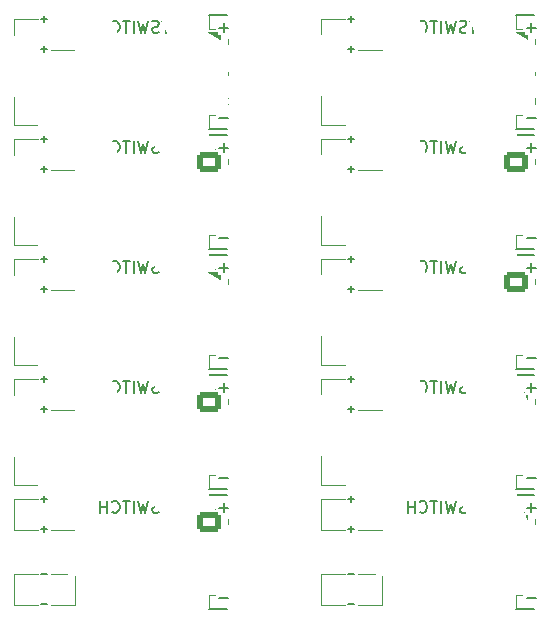
<source format=gbr>
%TF.GenerationSoftware,KiCad,Pcbnew,8.0.8*%
%TF.CreationDate,2025-02-21T17:55:20+11:00*%
%TF.ProjectId,panel,70616e65-6c2e-46b6-9963-61645f706362,rev?*%
%TF.SameCoordinates,Original*%
%TF.FileFunction,Legend,Bot*%
%TF.FilePolarity,Positive*%
%FSLAX46Y46*%
G04 Gerber Fmt 4.6, Leading zero omitted, Abs format (unit mm)*
G04 Created by KiCad (PCBNEW 8.0.8) date 2025-02-21 17:55:20*
%MOMM*%
%LPD*%
G01*
G04 APERTURE LIST*
G04 Aperture macros list*
%AMRoundRect*
0 Rectangle with rounded corners*
0 $1 Rounding radius*
0 $2 $3 $4 $5 $6 $7 $8 $9 X,Y pos of 4 corners*
0 Add a 4 corners polygon primitive as box body*
4,1,4,$2,$3,$4,$5,$6,$7,$8,$9,$2,$3,0*
0 Add four circle primitives for the rounded corners*
1,1,$1+$1,$2,$3*
1,1,$1+$1,$4,$5*
1,1,$1+$1,$6,$7*
1,1,$1+$1,$8,$9*
0 Add four rect primitives between the rounded corners*
20,1,$1+$1,$2,$3,$4,$5,0*
20,1,$1+$1,$4,$5,$6,$7,0*
20,1,$1+$1,$6,$7,$8,$9,0*
20,1,$1+$1,$8,$9,$2,$3,0*%
%AMFreePoly0*
4,1,85,-1.240370,1.979643,-0.961535,1.918986,-0.694170,1.819264,-0.443718,1.682507,-0.215279,1.511499,-0.013501,1.309721,0.157507,1.081282,0.294264,0.830830,0.393986,0.563465,0.454643,0.284630,0.475000,0.000000,0.454643,-0.284630,0.393986,-0.563465,0.294264,-0.830830,0.157507,-1.081282,-0.013501,-1.309721,-0.215279,-1.511499,-0.443718,-1.682507,-0.694170,-1.819264,-0.961535,-1.918986,
-1.240370,-1.979643,-1.525000,-2.000000,-1.809630,-1.979643,-2.088465,-1.918986,-2.355830,-1.819264,-2.606282,-1.682507,-2.834721,-1.511499,-3.036499,-1.309721,-3.207507,-1.081282,-3.344264,-0.830830,-3.443986,-0.563465,-3.504643,-0.284630,-3.525000,0.000000,-2.779775,0.000000,-2.760712,-0.217889,-2.704103,-0.429158,-2.611667,-0.627388,-2.486213,-0.806554,-2.331554,-0.961213,-2.152388,-1.086667,
-1.954158,-1.179103,-1.742889,-1.235712,-1.525000,-1.254775,-1.307111,-1.235712,-1.095842,-1.179103,-0.897612,-1.086667,-0.718446,-0.961213,-0.563787,-0.806554,-0.438333,-0.627388,-0.345897,-0.429158,-0.289288,-0.217889,-0.271683,-0.016674,-0.275000,0.000000,-0.271683,0.016674,-0.289288,0.217889,-0.345897,0.429158,-0.438333,0.627387,-0.563787,0.806554,-0.718446,0.961213,-0.897612,1.086667,
-1.095842,1.179103,-1.307111,1.235712,-1.525000,1.254775,-1.742889,1.235712,-1.954158,1.179103,-2.152387,1.086667,-2.331554,0.961213,-2.486213,0.806554,-2.611667,0.627387,-2.704103,0.429158,-2.760712,0.217889,-2.779775,0.000000,-3.525000,0.000000,-3.504643,0.284630,-3.443986,0.563465,-3.344264,0.830830,-3.207507,1.081282,-3.036499,1.309721,-2.834721,1.511499,-2.606282,1.682507,
-2.355830,1.819264,-2.088465,1.918986,-1.809630,1.979643,-1.525000,2.000000,-1.240370,1.979643,-1.240370,1.979643,$1*%
G04 Aperture macros list end*
%ADD10C,0.160000*%
%ADD11C,0.120000*%
%ADD12C,0.150000*%
%ADD13R,1.700000X1.700000*%
%ADD14C,3.200000*%
%ADD15O,1.700000X1.700000*%
%ADD16C,2.000000*%
%ADD17C,2.100000*%
%ADD18FreePoly0,180.000000*%
%ADD19RoundRect,0.250000X-0.725000X0.600000X-0.725000X-0.600000X0.725000X-0.600000X0.725000X0.600000X0*%
%ADD20O,1.950000X1.700000*%
%ADD21C,1.700000*%
%ADD22C,0.800000*%
G04 APERTURE END LIST*
D10*
X145029260Y-38648084D02*
X144553070Y-38648084D01*
X145124498Y-38933799D02*
X144791165Y-37933799D01*
X144791165Y-37933799D02*
X144457832Y-38933799D01*
X144124498Y-38933799D02*
X144124498Y-37933799D01*
X144124498Y-37933799D02*
X143553070Y-38933799D01*
X143553070Y-38933799D02*
X143553070Y-37933799D01*
X143219736Y-37933799D02*
X142648308Y-37933799D01*
X142934022Y-38933799D02*
X142934022Y-37933799D01*
X142362593Y-38886180D02*
X142219736Y-38933799D01*
X142219736Y-38933799D02*
X141981641Y-38933799D01*
X141981641Y-38933799D02*
X141886403Y-38886180D01*
X141886403Y-38886180D02*
X141838784Y-38838560D01*
X141838784Y-38838560D02*
X141791165Y-38743322D01*
X141791165Y-38743322D02*
X141791165Y-38648084D01*
X141791165Y-38648084D02*
X141838784Y-38552846D01*
X141838784Y-38552846D02*
X141886403Y-38505227D01*
X141886403Y-38505227D02*
X141981641Y-38457608D01*
X141981641Y-38457608D02*
X142172117Y-38409989D01*
X142172117Y-38409989D02*
X142267355Y-38362370D01*
X142267355Y-38362370D02*
X142314974Y-38314751D01*
X142314974Y-38314751D02*
X142362593Y-38219513D01*
X142362593Y-38219513D02*
X142362593Y-38124275D01*
X142362593Y-38124275D02*
X142314974Y-38029037D01*
X142314974Y-38029037D02*
X142267355Y-37981418D01*
X142267355Y-37981418D02*
X142172117Y-37933799D01*
X142172117Y-37933799D02*
X141934022Y-37933799D01*
X141934022Y-37933799D02*
X141791165Y-37981418D01*
X141457831Y-37933799D02*
X141219736Y-38933799D01*
X141219736Y-38933799D02*
X141029260Y-38219513D01*
X141029260Y-38219513D02*
X140838784Y-38933799D01*
X140838784Y-38933799D02*
X140600689Y-37933799D01*
X140219736Y-38933799D02*
X140219736Y-37933799D01*
X139886403Y-37933799D02*
X139314975Y-37933799D01*
X139600689Y-38933799D02*
X139600689Y-37933799D01*
X138410213Y-38838560D02*
X138457832Y-38886180D01*
X138457832Y-38886180D02*
X138600689Y-38933799D01*
X138600689Y-38933799D02*
X138695927Y-38933799D01*
X138695927Y-38933799D02*
X138838784Y-38886180D01*
X138838784Y-38886180D02*
X138934022Y-38790941D01*
X138934022Y-38790941D02*
X138981641Y-38695703D01*
X138981641Y-38695703D02*
X139029260Y-38505227D01*
X139029260Y-38505227D02*
X139029260Y-38362370D01*
X139029260Y-38362370D02*
X138981641Y-38171894D01*
X138981641Y-38171894D02*
X138934022Y-38076656D01*
X138934022Y-38076656D02*
X138838784Y-37981418D01*
X138838784Y-37981418D02*
X138695927Y-37933799D01*
X138695927Y-37933799D02*
X138600689Y-37933799D01*
X138600689Y-37933799D02*
X138457832Y-37981418D01*
X138457832Y-37981418D02*
X138410213Y-38029037D01*
X137981641Y-38933799D02*
X137981641Y-37933799D01*
X137981641Y-38409989D02*
X137410213Y-38409989D01*
X137410213Y-38933799D02*
X137410213Y-37933799D01*
X148245951Y-68982846D02*
X147484047Y-68982846D01*
X147864999Y-69363799D02*
X147864999Y-68601894D01*
X145076879Y-45887132D02*
X144838784Y-46553799D01*
X144838784Y-46553799D02*
X144600689Y-45887132D01*
X143695927Y-46553799D02*
X144267355Y-46553799D01*
X143981641Y-46553799D02*
X143981641Y-45553799D01*
X143981641Y-45553799D02*
X144076879Y-45696656D01*
X144076879Y-45696656D02*
X144172117Y-45791894D01*
X144172117Y-45791894D02*
X144267355Y-45839513D01*
X143267355Y-46458560D02*
X143219736Y-46506180D01*
X143219736Y-46506180D02*
X143267355Y-46553799D01*
X143267355Y-46553799D02*
X143314974Y-46506180D01*
X143314974Y-46506180D02*
X143267355Y-46458560D01*
X143267355Y-46458560D02*
X143267355Y-46553799D01*
X142600689Y-45553799D02*
X142505451Y-45553799D01*
X142505451Y-45553799D02*
X142410213Y-45601418D01*
X142410213Y-45601418D02*
X142362594Y-45649037D01*
X142362594Y-45649037D02*
X142314975Y-45744275D01*
X142314975Y-45744275D02*
X142267356Y-45934751D01*
X142267356Y-45934751D02*
X142267356Y-46172846D01*
X142267356Y-46172846D02*
X142314975Y-46363322D01*
X142314975Y-46363322D02*
X142362594Y-46458560D01*
X142362594Y-46458560D02*
X142410213Y-46506180D01*
X142410213Y-46506180D02*
X142505451Y-46553799D01*
X142505451Y-46553799D02*
X142600689Y-46553799D01*
X142600689Y-46553799D02*
X142695927Y-46506180D01*
X142695927Y-46506180D02*
X142743546Y-46458560D01*
X142743546Y-46458560D02*
X142791165Y-46363322D01*
X142791165Y-46363322D02*
X142838784Y-46172846D01*
X142838784Y-46172846D02*
X142838784Y-45934751D01*
X142838784Y-45934751D02*
X142791165Y-45744275D01*
X142791165Y-45744275D02*
X142743546Y-45649037D01*
X142743546Y-45649037D02*
X142695927Y-45601418D01*
X142695927Y-45601418D02*
X142600689Y-45553799D01*
X145076879Y-66207132D02*
X144838784Y-66873799D01*
X144838784Y-66873799D02*
X144600689Y-66207132D01*
X143695927Y-66873799D02*
X144267355Y-66873799D01*
X143981641Y-66873799D02*
X143981641Y-65873799D01*
X143981641Y-65873799D02*
X144076879Y-66016656D01*
X144076879Y-66016656D02*
X144172117Y-66111894D01*
X144172117Y-66111894D02*
X144267355Y-66159513D01*
X143267355Y-66778560D02*
X143219736Y-66826180D01*
X143219736Y-66826180D02*
X143267355Y-66873799D01*
X143267355Y-66873799D02*
X143314974Y-66826180D01*
X143314974Y-66826180D02*
X143267355Y-66778560D01*
X143267355Y-66778560D02*
X143267355Y-66873799D01*
X142600689Y-65873799D02*
X142505451Y-65873799D01*
X142505451Y-65873799D02*
X142410213Y-65921418D01*
X142410213Y-65921418D02*
X142362594Y-65969037D01*
X142362594Y-65969037D02*
X142314975Y-66064275D01*
X142314975Y-66064275D02*
X142267356Y-66254751D01*
X142267356Y-66254751D02*
X142267356Y-66492846D01*
X142267356Y-66492846D02*
X142314975Y-66683322D01*
X142314975Y-66683322D02*
X142362594Y-66778560D01*
X142362594Y-66778560D02*
X142410213Y-66826180D01*
X142410213Y-66826180D02*
X142505451Y-66873799D01*
X142505451Y-66873799D02*
X142600689Y-66873799D01*
X142600689Y-66873799D02*
X142695927Y-66826180D01*
X142695927Y-66826180D02*
X142743546Y-66778560D01*
X142743546Y-66778560D02*
X142791165Y-66683322D01*
X142791165Y-66683322D02*
X142838784Y-66492846D01*
X142838784Y-66492846D02*
X142838784Y-66254751D01*
X142838784Y-66254751D02*
X142791165Y-66064275D01*
X142791165Y-66064275D02*
X142743546Y-65969037D01*
X142743546Y-65969037D02*
X142695927Y-65921418D01*
X142695927Y-65921418D02*
X142600689Y-65873799D01*
X174280951Y-56282846D02*
X173519047Y-56282846D01*
X171111879Y-56047132D02*
X170873784Y-56713799D01*
X170873784Y-56713799D02*
X170635689Y-56047132D01*
X169730927Y-56713799D02*
X170302355Y-56713799D01*
X170016641Y-56713799D02*
X170016641Y-55713799D01*
X170016641Y-55713799D02*
X170111879Y-55856656D01*
X170111879Y-55856656D02*
X170207117Y-55951894D01*
X170207117Y-55951894D02*
X170302355Y-55999513D01*
X169302355Y-56618560D02*
X169254736Y-56666180D01*
X169254736Y-56666180D02*
X169302355Y-56713799D01*
X169302355Y-56713799D02*
X169349974Y-56666180D01*
X169349974Y-56666180D02*
X169302355Y-56618560D01*
X169302355Y-56618560D02*
X169302355Y-56713799D01*
X168635689Y-55713799D02*
X168540451Y-55713799D01*
X168540451Y-55713799D02*
X168445213Y-55761418D01*
X168445213Y-55761418D02*
X168397594Y-55809037D01*
X168397594Y-55809037D02*
X168349975Y-55904275D01*
X168349975Y-55904275D02*
X168302356Y-56094751D01*
X168302356Y-56094751D02*
X168302356Y-56332846D01*
X168302356Y-56332846D02*
X168349975Y-56523322D01*
X168349975Y-56523322D02*
X168397594Y-56618560D01*
X168397594Y-56618560D02*
X168445213Y-56666180D01*
X168445213Y-56666180D02*
X168540451Y-56713799D01*
X168540451Y-56713799D02*
X168635689Y-56713799D01*
X168635689Y-56713799D02*
X168730927Y-56666180D01*
X168730927Y-56666180D02*
X168778546Y-56618560D01*
X168778546Y-56618560D02*
X168826165Y-56523322D01*
X168826165Y-56523322D02*
X168873784Y-56332846D01*
X168873784Y-56332846D02*
X168873784Y-56094751D01*
X168873784Y-56094751D02*
X168826165Y-55904275D01*
X168826165Y-55904275D02*
X168778546Y-55809037D01*
X168778546Y-55809037D02*
X168730927Y-55761418D01*
X168730927Y-55761418D02*
X168635689Y-55713799D01*
X148245951Y-56282846D02*
X147484047Y-56282846D01*
X145076879Y-76367132D02*
X144838784Y-77033799D01*
X144838784Y-77033799D02*
X144600689Y-76367132D01*
X143695927Y-77033799D02*
X144267355Y-77033799D01*
X143981641Y-77033799D02*
X143981641Y-76033799D01*
X143981641Y-76033799D02*
X144076879Y-76176656D01*
X144076879Y-76176656D02*
X144172117Y-76271894D01*
X144172117Y-76271894D02*
X144267355Y-76319513D01*
X143267355Y-76938560D02*
X143219736Y-76986180D01*
X143219736Y-76986180D02*
X143267355Y-77033799D01*
X143267355Y-77033799D02*
X143314974Y-76986180D01*
X143314974Y-76986180D02*
X143267355Y-76938560D01*
X143267355Y-76938560D02*
X143267355Y-77033799D01*
X142600689Y-76033799D02*
X142505451Y-76033799D01*
X142505451Y-76033799D02*
X142410213Y-76081418D01*
X142410213Y-76081418D02*
X142362594Y-76129037D01*
X142362594Y-76129037D02*
X142314975Y-76224275D01*
X142314975Y-76224275D02*
X142267356Y-76414751D01*
X142267356Y-76414751D02*
X142267356Y-76652846D01*
X142267356Y-76652846D02*
X142314975Y-76843322D01*
X142314975Y-76843322D02*
X142362594Y-76938560D01*
X142362594Y-76938560D02*
X142410213Y-76986180D01*
X142410213Y-76986180D02*
X142505451Y-77033799D01*
X142505451Y-77033799D02*
X142600689Y-77033799D01*
X142600689Y-77033799D02*
X142695927Y-76986180D01*
X142695927Y-76986180D02*
X142743546Y-76938560D01*
X142743546Y-76938560D02*
X142791165Y-76843322D01*
X142791165Y-76843322D02*
X142838784Y-76652846D01*
X142838784Y-76652846D02*
X142838784Y-76414751D01*
X142838784Y-76414751D02*
X142791165Y-76224275D01*
X142791165Y-76224275D02*
X142743546Y-76129037D01*
X142743546Y-76129037D02*
X142695927Y-76081418D01*
X142695927Y-76081418D02*
X142600689Y-76033799D01*
X171111879Y-45887132D02*
X170873784Y-46553799D01*
X170873784Y-46553799D02*
X170635689Y-45887132D01*
X169730927Y-46553799D02*
X170302355Y-46553799D01*
X170016641Y-46553799D02*
X170016641Y-45553799D01*
X170016641Y-45553799D02*
X170111879Y-45696656D01*
X170111879Y-45696656D02*
X170207117Y-45791894D01*
X170207117Y-45791894D02*
X170302355Y-45839513D01*
X169302355Y-46458560D02*
X169254736Y-46506180D01*
X169254736Y-46506180D02*
X169302355Y-46553799D01*
X169302355Y-46553799D02*
X169349974Y-46506180D01*
X169349974Y-46506180D02*
X169302355Y-46458560D01*
X169302355Y-46458560D02*
X169302355Y-46553799D01*
X168635689Y-45553799D02*
X168540451Y-45553799D01*
X168540451Y-45553799D02*
X168445213Y-45601418D01*
X168445213Y-45601418D02*
X168397594Y-45649037D01*
X168397594Y-45649037D02*
X168349975Y-45744275D01*
X168349975Y-45744275D02*
X168302356Y-45934751D01*
X168302356Y-45934751D02*
X168302356Y-46172846D01*
X168302356Y-46172846D02*
X168349975Y-46363322D01*
X168349975Y-46363322D02*
X168397594Y-46458560D01*
X168397594Y-46458560D02*
X168445213Y-46506180D01*
X168445213Y-46506180D02*
X168540451Y-46553799D01*
X168540451Y-46553799D02*
X168635689Y-46553799D01*
X168635689Y-46553799D02*
X168730927Y-46506180D01*
X168730927Y-46506180D02*
X168778546Y-46458560D01*
X168778546Y-46458560D02*
X168826165Y-46363322D01*
X168826165Y-46363322D02*
X168873784Y-46172846D01*
X168873784Y-46172846D02*
X168873784Y-45934751D01*
X168873784Y-45934751D02*
X168826165Y-45744275D01*
X168826165Y-45744275D02*
X168778546Y-45649037D01*
X168778546Y-45649037D02*
X168730927Y-45601418D01*
X168730927Y-45601418D02*
X168635689Y-45553799D01*
X145076879Y-35727132D02*
X144838784Y-36393799D01*
X144838784Y-36393799D02*
X144600689Y-35727132D01*
X143695927Y-36393799D02*
X144267355Y-36393799D01*
X143981641Y-36393799D02*
X143981641Y-35393799D01*
X143981641Y-35393799D02*
X144076879Y-35536656D01*
X144076879Y-35536656D02*
X144172117Y-35631894D01*
X144172117Y-35631894D02*
X144267355Y-35679513D01*
X143267355Y-36298560D02*
X143219736Y-36346180D01*
X143219736Y-36346180D02*
X143267355Y-36393799D01*
X143267355Y-36393799D02*
X143314974Y-36346180D01*
X143314974Y-36346180D02*
X143267355Y-36298560D01*
X143267355Y-36298560D02*
X143267355Y-36393799D01*
X142600689Y-35393799D02*
X142505451Y-35393799D01*
X142505451Y-35393799D02*
X142410213Y-35441418D01*
X142410213Y-35441418D02*
X142362594Y-35489037D01*
X142362594Y-35489037D02*
X142314975Y-35584275D01*
X142314975Y-35584275D02*
X142267356Y-35774751D01*
X142267356Y-35774751D02*
X142267356Y-36012846D01*
X142267356Y-36012846D02*
X142314975Y-36203322D01*
X142314975Y-36203322D02*
X142362594Y-36298560D01*
X142362594Y-36298560D02*
X142410213Y-36346180D01*
X142410213Y-36346180D02*
X142505451Y-36393799D01*
X142505451Y-36393799D02*
X142600689Y-36393799D01*
X142600689Y-36393799D02*
X142695927Y-36346180D01*
X142695927Y-36346180D02*
X142743546Y-36298560D01*
X142743546Y-36298560D02*
X142791165Y-36203322D01*
X142791165Y-36203322D02*
X142838784Y-36012846D01*
X142838784Y-36012846D02*
X142838784Y-35774751D01*
X142838784Y-35774751D02*
X142791165Y-35584275D01*
X142791165Y-35584275D02*
X142743546Y-35489037D01*
X142743546Y-35489037D02*
X142695927Y-35441418D01*
X142695927Y-35441418D02*
X142600689Y-35393799D01*
X171111879Y-76367132D02*
X170873784Y-77033799D01*
X170873784Y-77033799D02*
X170635689Y-76367132D01*
X169730927Y-77033799D02*
X170302355Y-77033799D01*
X170016641Y-77033799D02*
X170016641Y-76033799D01*
X170016641Y-76033799D02*
X170111879Y-76176656D01*
X170111879Y-76176656D02*
X170207117Y-76271894D01*
X170207117Y-76271894D02*
X170302355Y-76319513D01*
X169302355Y-76938560D02*
X169254736Y-76986180D01*
X169254736Y-76986180D02*
X169302355Y-77033799D01*
X169302355Y-77033799D02*
X169349974Y-76986180D01*
X169349974Y-76986180D02*
X169302355Y-76938560D01*
X169302355Y-76938560D02*
X169302355Y-77033799D01*
X168635689Y-76033799D02*
X168540451Y-76033799D01*
X168540451Y-76033799D02*
X168445213Y-76081418D01*
X168445213Y-76081418D02*
X168397594Y-76129037D01*
X168397594Y-76129037D02*
X168349975Y-76224275D01*
X168349975Y-76224275D02*
X168302356Y-76414751D01*
X168302356Y-76414751D02*
X168302356Y-76652846D01*
X168302356Y-76652846D02*
X168349975Y-76843322D01*
X168349975Y-76843322D02*
X168397594Y-76938560D01*
X168397594Y-76938560D02*
X168445213Y-76986180D01*
X168445213Y-76986180D02*
X168540451Y-77033799D01*
X168540451Y-77033799D02*
X168635689Y-77033799D01*
X168635689Y-77033799D02*
X168730927Y-76986180D01*
X168730927Y-76986180D02*
X168778546Y-76938560D01*
X168778546Y-76938560D02*
X168826165Y-76843322D01*
X168826165Y-76843322D02*
X168873784Y-76652846D01*
X168873784Y-76652846D02*
X168873784Y-76414751D01*
X168873784Y-76414751D02*
X168826165Y-76224275D01*
X168826165Y-76224275D02*
X168778546Y-76129037D01*
X168778546Y-76129037D02*
X168730927Y-76081418D01*
X168730927Y-76081418D02*
X168635689Y-76033799D01*
X148245951Y-48662846D02*
X147484047Y-48662846D01*
X147864999Y-49043799D02*
X147864999Y-48281894D01*
X148245951Y-58822846D02*
X147484047Y-58822846D01*
X147864999Y-59203799D02*
X147864999Y-58441894D01*
X148245951Y-76602846D02*
X147484047Y-76602846D01*
X174280951Y-48662846D02*
X173519047Y-48662846D01*
X173899999Y-49043799D02*
X173899999Y-48281894D01*
X145029260Y-69128084D02*
X144553070Y-69128084D01*
X145124498Y-69413799D02*
X144791165Y-68413799D01*
X144791165Y-68413799D02*
X144457832Y-69413799D01*
X144124498Y-69413799D02*
X144124498Y-68413799D01*
X144124498Y-68413799D02*
X143553070Y-69413799D01*
X143553070Y-69413799D02*
X143553070Y-68413799D01*
X143219736Y-68413799D02*
X142648308Y-68413799D01*
X142934022Y-69413799D02*
X142934022Y-68413799D01*
X142362593Y-69366180D02*
X142219736Y-69413799D01*
X142219736Y-69413799D02*
X141981641Y-69413799D01*
X141981641Y-69413799D02*
X141886403Y-69366180D01*
X141886403Y-69366180D02*
X141838784Y-69318560D01*
X141838784Y-69318560D02*
X141791165Y-69223322D01*
X141791165Y-69223322D02*
X141791165Y-69128084D01*
X141791165Y-69128084D02*
X141838784Y-69032846D01*
X141838784Y-69032846D02*
X141886403Y-68985227D01*
X141886403Y-68985227D02*
X141981641Y-68937608D01*
X141981641Y-68937608D02*
X142172117Y-68889989D01*
X142172117Y-68889989D02*
X142267355Y-68842370D01*
X142267355Y-68842370D02*
X142314974Y-68794751D01*
X142314974Y-68794751D02*
X142362593Y-68699513D01*
X142362593Y-68699513D02*
X142362593Y-68604275D01*
X142362593Y-68604275D02*
X142314974Y-68509037D01*
X142314974Y-68509037D02*
X142267355Y-68461418D01*
X142267355Y-68461418D02*
X142172117Y-68413799D01*
X142172117Y-68413799D02*
X141934022Y-68413799D01*
X141934022Y-68413799D02*
X141791165Y-68461418D01*
X141457831Y-68413799D02*
X141219736Y-69413799D01*
X141219736Y-69413799D02*
X141029260Y-68699513D01*
X141029260Y-68699513D02*
X140838784Y-69413799D01*
X140838784Y-69413799D02*
X140600689Y-68413799D01*
X140219736Y-69413799D02*
X140219736Y-68413799D01*
X139886403Y-68413799D02*
X139314975Y-68413799D01*
X139600689Y-69413799D02*
X139600689Y-68413799D01*
X138410213Y-69318560D02*
X138457832Y-69366180D01*
X138457832Y-69366180D02*
X138600689Y-69413799D01*
X138600689Y-69413799D02*
X138695927Y-69413799D01*
X138695927Y-69413799D02*
X138838784Y-69366180D01*
X138838784Y-69366180D02*
X138934022Y-69270941D01*
X138934022Y-69270941D02*
X138981641Y-69175703D01*
X138981641Y-69175703D02*
X139029260Y-68985227D01*
X139029260Y-68985227D02*
X139029260Y-68842370D01*
X139029260Y-68842370D02*
X138981641Y-68651894D01*
X138981641Y-68651894D02*
X138934022Y-68556656D01*
X138934022Y-68556656D02*
X138838784Y-68461418D01*
X138838784Y-68461418D02*
X138695927Y-68413799D01*
X138695927Y-68413799D02*
X138600689Y-68413799D01*
X138600689Y-68413799D02*
X138457832Y-68461418D01*
X138457832Y-68461418D02*
X138410213Y-68509037D01*
X137981641Y-69413799D02*
X137981641Y-68413799D01*
X137981641Y-68889989D02*
X137410213Y-68889989D01*
X137410213Y-69413799D02*
X137410213Y-68413799D01*
X171064260Y-28488084D02*
X170588070Y-28488084D01*
X171159498Y-28773799D02*
X170826165Y-27773799D01*
X170826165Y-27773799D02*
X170492832Y-28773799D01*
X170159498Y-28773799D02*
X170159498Y-27773799D01*
X170159498Y-27773799D02*
X169588070Y-28773799D01*
X169588070Y-28773799D02*
X169588070Y-27773799D01*
X169254736Y-27773799D02*
X168683308Y-27773799D01*
X168969022Y-28773799D02*
X168969022Y-27773799D01*
X168397593Y-28726180D02*
X168254736Y-28773799D01*
X168254736Y-28773799D02*
X168016641Y-28773799D01*
X168016641Y-28773799D02*
X167921403Y-28726180D01*
X167921403Y-28726180D02*
X167873784Y-28678560D01*
X167873784Y-28678560D02*
X167826165Y-28583322D01*
X167826165Y-28583322D02*
X167826165Y-28488084D01*
X167826165Y-28488084D02*
X167873784Y-28392846D01*
X167873784Y-28392846D02*
X167921403Y-28345227D01*
X167921403Y-28345227D02*
X168016641Y-28297608D01*
X168016641Y-28297608D02*
X168207117Y-28249989D01*
X168207117Y-28249989D02*
X168302355Y-28202370D01*
X168302355Y-28202370D02*
X168349974Y-28154751D01*
X168349974Y-28154751D02*
X168397593Y-28059513D01*
X168397593Y-28059513D02*
X168397593Y-27964275D01*
X168397593Y-27964275D02*
X168349974Y-27869037D01*
X168349974Y-27869037D02*
X168302355Y-27821418D01*
X168302355Y-27821418D02*
X168207117Y-27773799D01*
X168207117Y-27773799D02*
X167969022Y-27773799D01*
X167969022Y-27773799D02*
X167826165Y-27821418D01*
X167492831Y-27773799D02*
X167254736Y-28773799D01*
X167254736Y-28773799D02*
X167064260Y-28059513D01*
X167064260Y-28059513D02*
X166873784Y-28773799D01*
X166873784Y-28773799D02*
X166635689Y-27773799D01*
X166254736Y-28773799D02*
X166254736Y-27773799D01*
X165921403Y-27773799D02*
X165349975Y-27773799D01*
X165635689Y-28773799D02*
X165635689Y-27773799D01*
X164445213Y-28678560D02*
X164492832Y-28726180D01*
X164492832Y-28726180D02*
X164635689Y-28773799D01*
X164635689Y-28773799D02*
X164730927Y-28773799D01*
X164730927Y-28773799D02*
X164873784Y-28726180D01*
X164873784Y-28726180D02*
X164969022Y-28630941D01*
X164969022Y-28630941D02*
X165016641Y-28535703D01*
X165016641Y-28535703D02*
X165064260Y-28345227D01*
X165064260Y-28345227D02*
X165064260Y-28202370D01*
X165064260Y-28202370D02*
X165016641Y-28011894D01*
X165016641Y-28011894D02*
X164969022Y-27916656D01*
X164969022Y-27916656D02*
X164873784Y-27821418D01*
X164873784Y-27821418D02*
X164730927Y-27773799D01*
X164730927Y-27773799D02*
X164635689Y-27773799D01*
X164635689Y-27773799D02*
X164492832Y-27821418D01*
X164492832Y-27821418D02*
X164445213Y-27869037D01*
X164016641Y-28773799D02*
X164016641Y-27773799D01*
X164016641Y-28249989D02*
X163445213Y-28249989D01*
X163445213Y-28773799D02*
X163445213Y-27773799D01*
X171064260Y-58968084D02*
X170588070Y-58968084D01*
X171159498Y-59253799D02*
X170826165Y-58253799D01*
X170826165Y-58253799D02*
X170492832Y-59253799D01*
X170159498Y-59253799D02*
X170159498Y-58253799D01*
X170159498Y-58253799D02*
X169588070Y-59253799D01*
X169588070Y-59253799D02*
X169588070Y-58253799D01*
X169254736Y-58253799D02*
X168683308Y-58253799D01*
X168969022Y-59253799D02*
X168969022Y-58253799D01*
X168397593Y-59206180D02*
X168254736Y-59253799D01*
X168254736Y-59253799D02*
X168016641Y-59253799D01*
X168016641Y-59253799D02*
X167921403Y-59206180D01*
X167921403Y-59206180D02*
X167873784Y-59158560D01*
X167873784Y-59158560D02*
X167826165Y-59063322D01*
X167826165Y-59063322D02*
X167826165Y-58968084D01*
X167826165Y-58968084D02*
X167873784Y-58872846D01*
X167873784Y-58872846D02*
X167921403Y-58825227D01*
X167921403Y-58825227D02*
X168016641Y-58777608D01*
X168016641Y-58777608D02*
X168207117Y-58729989D01*
X168207117Y-58729989D02*
X168302355Y-58682370D01*
X168302355Y-58682370D02*
X168349974Y-58634751D01*
X168349974Y-58634751D02*
X168397593Y-58539513D01*
X168397593Y-58539513D02*
X168397593Y-58444275D01*
X168397593Y-58444275D02*
X168349974Y-58349037D01*
X168349974Y-58349037D02*
X168302355Y-58301418D01*
X168302355Y-58301418D02*
X168207117Y-58253799D01*
X168207117Y-58253799D02*
X167969022Y-58253799D01*
X167969022Y-58253799D02*
X167826165Y-58301418D01*
X167492831Y-58253799D02*
X167254736Y-59253799D01*
X167254736Y-59253799D02*
X167064260Y-58539513D01*
X167064260Y-58539513D02*
X166873784Y-59253799D01*
X166873784Y-59253799D02*
X166635689Y-58253799D01*
X166254736Y-59253799D02*
X166254736Y-58253799D01*
X165921403Y-58253799D02*
X165349975Y-58253799D01*
X165635689Y-59253799D02*
X165635689Y-58253799D01*
X164445213Y-59158560D02*
X164492832Y-59206180D01*
X164492832Y-59206180D02*
X164635689Y-59253799D01*
X164635689Y-59253799D02*
X164730927Y-59253799D01*
X164730927Y-59253799D02*
X164873784Y-59206180D01*
X164873784Y-59206180D02*
X164969022Y-59110941D01*
X164969022Y-59110941D02*
X165016641Y-59015703D01*
X165016641Y-59015703D02*
X165064260Y-58825227D01*
X165064260Y-58825227D02*
X165064260Y-58682370D01*
X165064260Y-58682370D02*
X165016641Y-58491894D01*
X165016641Y-58491894D02*
X164969022Y-58396656D01*
X164969022Y-58396656D02*
X164873784Y-58301418D01*
X164873784Y-58301418D02*
X164730927Y-58253799D01*
X164730927Y-58253799D02*
X164635689Y-58253799D01*
X164635689Y-58253799D02*
X164492832Y-58301418D01*
X164492832Y-58301418D02*
X164445213Y-58349037D01*
X164016641Y-59253799D02*
X164016641Y-58253799D01*
X164016641Y-58729989D02*
X163445213Y-58729989D01*
X163445213Y-59253799D02*
X163445213Y-58253799D01*
X174280951Y-58822846D02*
X173519047Y-58822846D01*
X173899999Y-59203799D02*
X173899999Y-58441894D01*
X174280951Y-28342846D02*
X173519047Y-28342846D01*
X173899999Y-28723799D02*
X173899999Y-27961894D01*
X148245951Y-66442846D02*
X147484047Y-66442846D01*
X145029260Y-28488084D02*
X144553070Y-28488084D01*
X145124498Y-28773799D02*
X144791165Y-27773799D01*
X144791165Y-27773799D02*
X144457832Y-28773799D01*
X144124498Y-28773799D02*
X144124498Y-27773799D01*
X144124498Y-27773799D02*
X143553070Y-28773799D01*
X143553070Y-28773799D02*
X143553070Y-27773799D01*
X143219736Y-27773799D02*
X142648308Y-27773799D01*
X142934022Y-28773799D02*
X142934022Y-27773799D01*
X142362593Y-28726180D02*
X142219736Y-28773799D01*
X142219736Y-28773799D02*
X141981641Y-28773799D01*
X141981641Y-28773799D02*
X141886403Y-28726180D01*
X141886403Y-28726180D02*
X141838784Y-28678560D01*
X141838784Y-28678560D02*
X141791165Y-28583322D01*
X141791165Y-28583322D02*
X141791165Y-28488084D01*
X141791165Y-28488084D02*
X141838784Y-28392846D01*
X141838784Y-28392846D02*
X141886403Y-28345227D01*
X141886403Y-28345227D02*
X141981641Y-28297608D01*
X141981641Y-28297608D02*
X142172117Y-28249989D01*
X142172117Y-28249989D02*
X142267355Y-28202370D01*
X142267355Y-28202370D02*
X142314974Y-28154751D01*
X142314974Y-28154751D02*
X142362593Y-28059513D01*
X142362593Y-28059513D02*
X142362593Y-27964275D01*
X142362593Y-27964275D02*
X142314974Y-27869037D01*
X142314974Y-27869037D02*
X142267355Y-27821418D01*
X142267355Y-27821418D02*
X142172117Y-27773799D01*
X142172117Y-27773799D02*
X141934022Y-27773799D01*
X141934022Y-27773799D02*
X141791165Y-27821418D01*
X141457831Y-27773799D02*
X141219736Y-28773799D01*
X141219736Y-28773799D02*
X141029260Y-28059513D01*
X141029260Y-28059513D02*
X140838784Y-28773799D01*
X140838784Y-28773799D02*
X140600689Y-27773799D01*
X140219736Y-28773799D02*
X140219736Y-27773799D01*
X139886403Y-27773799D02*
X139314975Y-27773799D01*
X139600689Y-28773799D02*
X139600689Y-27773799D01*
X138410213Y-28678560D02*
X138457832Y-28726180D01*
X138457832Y-28726180D02*
X138600689Y-28773799D01*
X138600689Y-28773799D02*
X138695927Y-28773799D01*
X138695927Y-28773799D02*
X138838784Y-28726180D01*
X138838784Y-28726180D02*
X138934022Y-28630941D01*
X138934022Y-28630941D02*
X138981641Y-28535703D01*
X138981641Y-28535703D02*
X139029260Y-28345227D01*
X139029260Y-28345227D02*
X139029260Y-28202370D01*
X139029260Y-28202370D02*
X138981641Y-28011894D01*
X138981641Y-28011894D02*
X138934022Y-27916656D01*
X138934022Y-27916656D02*
X138838784Y-27821418D01*
X138838784Y-27821418D02*
X138695927Y-27773799D01*
X138695927Y-27773799D02*
X138600689Y-27773799D01*
X138600689Y-27773799D02*
X138457832Y-27821418D01*
X138457832Y-27821418D02*
X138410213Y-27869037D01*
X137981641Y-28773799D02*
X137981641Y-27773799D01*
X137981641Y-28249989D02*
X137410213Y-28249989D01*
X137410213Y-28773799D02*
X137410213Y-27773799D01*
X171064260Y-69128084D02*
X170588070Y-69128084D01*
X171159498Y-69413799D02*
X170826165Y-68413799D01*
X170826165Y-68413799D02*
X170492832Y-69413799D01*
X170159498Y-69413799D02*
X170159498Y-68413799D01*
X170159498Y-68413799D02*
X169588070Y-69413799D01*
X169588070Y-69413799D02*
X169588070Y-68413799D01*
X169254736Y-68413799D02*
X168683308Y-68413799D01*
X168969022Y-69413799D02*
X168969022Y-68413799D01*
X168397593Y-69366180D02*
X168254736Y-69413799D01*
X168254736Y-69413799D02*
X168016641Y-69413799D01*
X168016641Y-69413799D02*
X167921403Y-69366180D01*
X167921403Y-69366180D02*
X167873784Y-69318560D01*
X167873784Y-69318560D02*
X167826165Y-69223322D01*
X167826165Y-69223322D02*
X167826165Y-69128084D01*
X167826165Y-69128084D02*
X167873784Y-69032846D01*
X167873784Y-69032846D02*
X167921403Y-68985227D01*
X167921403Y-68985227D02*
X168016641Y-68937608D01*
X168016641Y-68937608D02*
X168207117Y-68889989D01*
X168207117Y-68889989D02*
X168302355Y-68842370D01*
X168302355Y-68842370D02*
X168349974Y-68794751D01*
X168349974Y-68794751D02*
X168397593Y-68699513D01*
X168397593Y-68699513D02*
X168397593Y-68604275D01*
X168397593Y-68604275D02*
X168349974Y-68509037D01*
X168349974Y-68509037D02*
X168302355Y-68461418D01*
X168302355Y-68461418D02*
X168207117Y-68413799D01*
X168207117Y-68413799D02*
X167969022Y-68413799D01*
X167969022Y-68413799D02*
X167826165Y-68461418D01*
X167492831Y-68413799D02*
X167254736Y-69413799D01*
X167254736Y-69413799D02*
X167064260Y-68699513D01*
X167064260Y-68699513D02*
X166873784Y-69413799D01*
X166873784Y-69413799D02*
X166635689Y-68413799D01*
X166254736Y-69413799D02*
X166254736Y-68413799D01*
X165921403Y-68413799D02*
X165349975Y-68413799D01*
X165635689Y-69413799D02*
X165635689Y-68413799D01*
X164445213Y-69318560D02*
X164492832Y-69366180D01*
X164492832Y-69366180D02*
X164635689Y-69413799D01*
X164635689Y-69413799D02*
X164730927Y-69413799D01*
X164730927Y-69413799D02*
X164873784Y-69366180D01*
X164873784Y-69366180D02*
X164969022Y-69270941D01*
X164969022Y-69270941D02*
X165016641Y-69175703D01*
X165016641Y-69175703D02*
X165064260Y-68985227D01*
X165064260Y-68985227D02*
X165064260Y-68842370D01*
X165064260Y-68842370D02*
X165016641Y-68651894D01*
X165016641Y-68651894D02*
X164969022Y-68556656D01*
X164969022Y-68556656D02*
X164873784Y-68461418D01*
X164873784Y-68461418D02*
X164730927Y-68413799D01*
X164730927Y-68413799D02*
X164635689Y-68413799D01*
X164635689Y-68413799D02*
X164492832Y-68461418D01*
X164492832Y-68461418D02*
X164445213Y-68509037D01*
X164016641Y-69413799D02*
X164016641Y-68413799D01*
X164016641Y-68889989D02*
X163445213Y-68889989D01*
X163445213Y-69413799D02*
X163445213Y-68413799D01*
X171111879Y-35727132D02*
X170873784Y-36393799D01*
X170873784Y-36393799D02*
X170635689Y-35727132D01*
X169730927Y-36393799D02*
X170302355Y-36393799D01*
X170016641Y-36393799D02*
X170016641Y-35393799D01*
X170016641Y-35393799D02*
X170111879Y-35536656D01*
X170111879Y-35536656D02*
X170207117Y-35631894D01*
X170207117Y-35631894D02*
X170302355Y-35679513D01*
X169302355Y-36298560D02*
X169254736Y-36346180D01*
X169254736Y-36346180D02*
X169302355Y-36393799D01*
X169302355Y-36393799D02*
X169349974Y-36346180D01*
X169349974Y-36346180D02*
X169302355Y-36298560D01*
X169302355Y-36298560D02*
X169302355Y-36393799D01*
X168635689Y-35393799D02*
X168540451Y-35393799D01*
X168540451Y-35393799D02*
X168445213Y-35441418D01*
X168445213Y-35441418D02*
X168397594Y-35489037D01*
X168397594Y-35489037D02*
X168349975Y-35584275D01*
X168349975Y-35584275D02*
X168302356Y-35774751D01*
X168302356Y-35774751D02*
X168302356Y-36012846D01*
X168302356Y-36012846D02*
X168349975Y-36203322D01*
X168349975Y-36203322D02*
X168397594Y-36298560D01*
X168397594Y-36298560D02*
X168445213Y-36346180D01*
X168445213Y-36346180D02*
X168540451Y-36393799D01*
X168540451Y-36393799D02*
X168635689Y-36393799D01*
X168635689Y-36393799D02*
X168730927Y-36346180D01*
X168730927Y-36346180D02*
X168778546Y-36298560D01*
X168778546Y-36298560D02*
X168826165Y-36203322D01*
X168826165Y-36203322D02*
X168873784Y-36012846D01*
X168873784Y-36012846D02*
X168873784Y-35774751D01*
X168873784Y-35774751D02*
X168826165Y-35584275D01*
X168826165Y-35584275D02*
X168778546Y-35489037D01*
X168778546Y-35489037D02*
X168730927Y-35441418D01*
X168730927Y-35441418D02*
X168635689Y-35393799D01*
X148245951Y-35962846D02*
X147484047Y-35962846D01*
X171064260Y-48808084D02*
X170588070Y-48808084D01*
X171159498Y-49093799D02*
X170826165Y-48093799D01*
X170826165Y-48093799D02*
X170492832Y-49093799D01*
X170159498Y-49093799D02*
X170159498Y-48093799D01*
X170159498Y-48093799D02*
X169588070Y-49093799D01*
X169588070Y-49093799D02*
X169588070Y-48093799D01*
X169254736Y-48093799D02*
X168683308Y-48093799D01*
X168969022Y-49093799D02*
X168969022Y-48093799D01*
X168397593Y-49046180D02*
X168254736Y-49093799D01*
X168254736Y-49093799D02*
X168016641Y-49093799D01*
X168016641Y-49093799D02*
X167921403Y-49046180D01*
X167921403Y-49046180D02*
X167873784Y-48998560D01*
X167873784Y-48998560D02*
X167826165Y-48903322D01*
X167826165Y-48903322D02*
X167826165Y-48808084D01*
X167826165Y-48808084D02*
X167873784Y-48712846D01*
X167873784Y-48712846D02*
X167921403Y-48665227D01*
X167921403Y-48665227D02*
X168016641Y-48617608D01*
X168016641Y-48617608D02*
X168207117Y-48569989D01*
X168207117Y-48569989D02*
X168302355Y-48522370D01*
X168302355Y-48522370D02*
X168349974Y-48474751D01*
X168349974Y-48474751D02*
X168397593Y-48379513D01*
X168397593Y-48379513D02*
X168397593Y-48284275D01*
X168397593Y-48284275D02*
X168349974Y-48189037D01*
X168349974Y-48189037D02*
X168302355Y-48141418D01*
X168302355Y-48141418D02*
X168207117Y-48093799D01*
X168207117Y-48093799D02*
X167969022Y-48093799D01*
X167969022Y-48093799D02*
X167826165Y-48141418D01*
X167492831Y-48093799D02*
X167254736Y-49093799D01*
X167254736Y-49093799D02*
X167064260Y-48379513D01*
X167064260Y-48379513D02*
X166873784Y-49093799D01*
X166873784Y-49093799D02*
X166635689Y-48093799D01*
X166254736Y-49093799D02*
X166254736Y-48093799D01*
X165921403Y-48093799D02*
X165349975Y-48093799D01*
X165635689Y-49093799D02*
X165635689Y-48093799D01*
X164445213Y-48998560D02*
X164492832Y-49046180D01*
X164492832Y-49046180D02*
X164635689Y-49093799D01*
X164635689Y-49093799D02*
X164730927Y-49093799D01*
X164730927Y-49093799D02*
X164873784Y-49046180D01*
X164873784Y-49046180D02*
X164969022Y-48950941D01*
X164969022Y-48950941D02*
X165016641Y-48855703D01*
X165016641Y-48855703D02*
X165064260Y-48665227D01*
X165064260Y-48665227D02*
X165064260Y-48522370D01*
X165064260Y-48522370D02*
X165016641Y-48331894D01*
X165016641Y-48331894D02*
X164969022Y-48236656D01*
X164969022Y-48236656D02*
X164873784Y-48141418D01*
X164873784Y-48141418D02*
X164730927Y-48093799D01*
X164730927Y-48093799D02*
X164635689Y-48093799D01*
X164635689Y-48093799D02*
X164492832Y-48141418D01*
X164492832Y-48141418D02*
X164445213Y-48189037D01*
X164016641Y-49093799D02*
X164016641Y-48093799D01*
X164016641Y-48569989D02*
X163445213Y-48569989D01*
X163445213Y-49093799D02*
X163445213Y-48093799D01*
X148245951Y-46122846D02*
X147484047Y-46122846D01*
X145029260Y-48808084D02*
X144553070Y-48808084D01*
X145124498Y-49093799D02*
X144791165Y-48093799D01*
X144791165Y-48093799D02*
X144457832Y-49093799D01*
X144124498Y-49093799D02*
X144124498Y-48093799D01*
X144124498Y-48093799D02*
X143553070Y-49093799D01*
X143553070Y-49093799D02*
X143553070Y-48093799D01*
X143219736Y-48093799D02*
X142648308Y-48093799D01*
X142934022Y-49093799D02*
X142934022Y-48093799D01*
X142362593Y-49046180D02*
X142219736Y-49093799D01*
X142219736Y-49093799D02*
X141981641Y-49093799D01*
X141981641Y-49093799D02*
X141886403Y-49046180D01*
X141886403Y-49046180D02*
X141838784Y-48998560D01*
X141838784Y-48998560D02*
X141791165Y-48903322D01*
X141791165Y-48903322D02*
X141791165Y-48808084D01*
X141791165Y-48808084D02*
X141838784Y-48712846D01*
X141838784Y-48712846D02*
X141886403Y-48665227D01*
X141886403Y-48665227D02*
X141981641Y-48617608D01*
X141981641Y-48617608D02*
X142172117Y-48569989D01*
X142172117Y-48569989D02*
X142267355Y-48522370D01*
X142267355Y-48522370D02*
X142314974Y-48474751D01*
X142314974Y-48474751D02*
X142362593Y-48379513D01*
X142362593Y-48379513D02*
X142362593Y-48284275D01*
X142362593Y-48284275D02*
X142314974Y-48189037D01*
X142314974Y-48189037D02*
X142267355Y-48141418D01*
X142267355Y-48141418D02*
X142172117Y-48093799D01*
X142172117Y-48093799D02*
X141934022Y-48093799D01*
X141934022Y-48093799D02*
X141791165Y-48141418D01*
X141457831Y-48093799D02*
X141219736Y-49093799D01*
X141219736Y-49093799D02*
X141029260Y-48379513D01*
X141029260Y-48379513D02*
X140838784Y-49093799D01*
X140838784Y-49093799D02*
X140600689Y-48093799D01*
X140219736Y-49093799D02*
X140219736Y-48093799D01*
X139886403Y-48093799D02*
X139314975Y-48093799D01*
X139600689Y-49093799D02*
X139600689Y-48093799D01*
X138410213Y-48998560D02*
X138457832Y-49046180D01*
X138457832Y-49046180D02*
X138600689Y-49093799D01*
X138600689Y-49093799D02*
X138695927Y-49093799D01*
X138695927Y-49093799D02*
X138838784Y-49046180D01*
X138838784Y-49046180D02*
X138934022Y-48950941D01*
X138934022Y-48950941D02*
X138981641Y-48855703D01*
X138981641Y-48855703D02*
X139029260Y-48665227D01*
X139029260Y-48665227D02*
X139029260Y-48522370D01*
X139029260Y-48522370D02*
X138981641Y-48331894D01*
X138981641Y-48331894D02*
X138934022Y-48236656D01*
X138934022Y-48236656D02*
X138838784Y-48141418D01*
X138838784Y-48141418D02*
X138695927Y-48093799D01*
X138695927Y-48093799D02*
X138600689Y-48093799D01*
X138600689Y-48093799D02*
X138457832Y-48141418D01*
X138457832Y-48141418D02*
X138410213Y-48189037D01*
X137981641Y-49093799D02*
X137981641Y-48093799D01*
X137981641Y-48569989D02*
X137410213Y-48569989D01*
X137410213Y-49093799D02*
X137410213Y-48093799D01*
X148245951Y-28342846D02*
X147484047Y-28342846D01*
X147864999Y-28723799D02*
X147864999Y-27961894D01*
X145076879Y-56047132D02*
X144838784Y-56713799D01*
X144838784Y-56713799D02*
X144600689Y-56047132D01*
X143695927Y-56713799D02*
X144267355Y-56713799D01*
X143981641Y-56713799D02*
X143981641Y-55713799D01*
X143981641Y-55713799D02*
X144076879Y-55856656D01*
X144076879Y-55856656D02*
X144172117Y-55951894D01*
X144172117Y-55951894D02*
X144267355Y-55999513D01*
X143267355Y-56618560D02*
X143219736Y-56666180D01*
X143219736Y-56666180D02*
X143267355Y-56713799D01*
X143267355Y-56713799D02*
X143314974Y-56666180D01*
X143314974Y-56666180D02*
X143267355Y-56618560D01*
X143267355Y-56618560D02*
X143267355Y-56713799D01*
X142600689Y-55713799D02*
X142505451Y-55713799D01*
X142505451Y-55713799D02*
X142410213Y-55761418D01*
X142410213Y-55761418D02*
X142362594Y-55809037D01*
X142362594Y-55809037D02*
X142314975Y-55904275D01*
X142314975Y-55904275D02*
X142267356Y-56094751D01*
X142267356Y-56094751D02*
X142267356Y-56332846D01*
X142267356Y-56332846D02*
X142314975Y-56523322D01*
X142314975Y-56523322D02*
X142362594Y-56618560D01*
X142362594Y-56618560D02*
X142410213Y-56666180D01*
X142410213Y-56666180D02*
X142505451Y-56713799D01*
X142505451Y-56713799D02*
X142600689Y-56713799D01*
X142600689Y-56713799D02*
X142695927Y-56666180D01*
X142695927Y-56666180D02*
X142743546Y-56618560D01*
X142743546Y-56618560D02*
X142791165Y-56523322D01*
X142791165Y-56523322D02*
X142838784Y-56332846D01*
X142838784Y-56332846D02*
X142838784Y-56094751D01*
X142838784Y-56094751D02*
X142791165Y-55904275D01*
X142791165Y-55904275D02*
X142743546Y-55809037D01*
X142743546Y-55809037D02*
X142695927Y-55761418D01*
X142695927Y-55761418D02*
X142600689Y-55713799D01*
X171064260Y-38648084D02*
X170588070Y-38648084D01*
X171159498Y-38933799D02*
X170826165Y-37933799D01*
X170826165Y-37933799D02*
X170492832Y-38933799D01*
X170159498Y-38933799D02*
X170159498Y-37933799D01*
X170159498Y-37933799D02*
X169588070Y-38933799D01*
X169588070Y-38933799D02*
X169588070Y-37933799D01*
X169254736Y-37933799D02*
X168683308Y-37933799D01*
X168969022Y-38933799D02*
X168969022Y-37933799D01*
X168397593Y-38886180D02*
X168254736Y-38933799D01*
X168254736Y-38933799D02*
X168016641Y-38933799D01*
X168016641Y-38933799D02*
X167921403Y-38886180D01*
X167921403Y-38886180D02*
X167873784Y-38838560D01*
X167873784Y-38838560D02*
X167826165Y-38743322D01*
X167826165Y-38743322D02*
X167826165Y-38648084D01*
X167826165Y-38648084D02*
X167873784Y-38552846D01*
X167873784Y-38552846D02*
X167921403Y-38505227D01*
X167921403Y-38505227D02*
X168016641Y-38457608D01*
X168016641Y-38457608D02*
X168207117Y-38409989D01*
X168207117Y-38409989D02*
X168302355Y-38362370D01*
X168302355Y-38362370D02*
X168349974Y-38314751D01*
X168349974Y-38314751D02*
X168397593Y-38219513D01*
X168397593Y-38219513D02*
X168397593Y-38124275D01*
X168397593Y-38124275D02*
X168349974Y-38029037D01*
X168349974Y-38029037D02*
X168302355Y-37981418D01*
X168302355Y-37981418D02*
X168207117Y-37933799D01*
X168207117Y-37933799D02*
X167969022Y-37933799D01*
X167969022Y-37933799D02*
X167826165Y-37981418D01*
X167492831Y-37933799D02*
X167254736Y-38933799D01*
X167254736Y-38933799D02*
X167064260Y-38219513D01*
X167064260Y-38219513D02*
X166873784Y-38933799D01*
X166873784Y-38933799D02*
X166635689Y-37933799D01*
X166254736Y-38933799D02*
X166254736Y-37933799D01*
X165921403Y-37933799D02*
X165349975Y-37933799D01*
X165635689Y-38933799D02*
X165635689Y-37933799D01*
X164445213Y-38838560D02*
X164492832Y-38886180D01*
X164492832Y-38886180D02*
X164635689Y-38933799D01*
X164635689Y-38933799D02*
X164730927Y-38933799D01*
X164730927Y-38933799D02*
X164873784Y-38886180D01*
X164873784Y-38886180D02*
X164969022Y-38790941D01*
X164969022Y-38790941D02*
X165016641Y-38695703D01*
X165016641Y-38695703D02*
X165064260Y-38505227D01*
X165064260Y-38505227D02*
X165064260Y-38362370D01*
X165064260Y-38362370D02*
X165016641Y-38171894D01*
X165016641Y-38171894D02*
X164969022Y-38076656D01*
X164969022Y-38076656D02*
X164873784Y-37981418D01*
X164873784Y-37981418D02*
X164730927Y-37933799D01*
X164730927Y-37933799D02*
X164635689Y-37933799D01*
X164635689Y-37933799D02*
X164492832Y-37981418D01*
X164492832Y-37981418D02*
X164445213Y-38029037D01*
X164016641Y-38933799D02*
X164016641Y-37933799D01*
X164016641Y-38409989D02*
X163445213Y-38409989D01*
X163445213Y-38933799D02*
X163445213Y-37933799D01*
X145029260Y-58968084D02*
X144553070Y-58968084D01*
X145124498Y-59253799D02*
X144791165Y-58253799D01*
X144791165Y-58253799D02*
X144457832Y-59253799D01*
X144124498Y-59253799D02*
X144124498Y-58253799D01*
X144124498Y-58253799D02*
X143553070Y-59253799D01*
X143553070Y-59253799D02*
X143553070Y-58253799D01*
X143219736Y-58253799D02*
X142648308Y-58253799D01*
X142934022Y-59253799D02*
X142934022Y-58253799D01*
X142362593Y-59206180D02*
X142219736Y-59253799D01*
X142219736Y-59253799D02*
X141981641Y-59253799D01*
X141981641Y-59253799D02*
X141886403Y-59206180D01*
X141886403Y-59206180D02*
X141838784Y-59158560D01*
X141838784Y-59158560D02*
X141791165Y-59063322D01*
X141791165Y-59063322D02*
X141791165Y-58968084D01*
X141791165Y-58968084D02*
X141838784Y-58872846D01*
X141838784Y-58872846D02*
X141886403Y-58825227D01*
X141886403Y-58825227D02*
X141981641Y-58777608D01*
X141981641Y-58777608D02*
X142172117Y-58729989D01*
X142172117Y-58729989D02*
X142267355Y-58682370D01*
X142267355Y-58682370D02*
X142314974Y-58634751D01*
X142314974Y-58634751D02*
X142362593Y-58539513D01*
X142362593Y-58539513D02*
X142362593Y-58444275D01*
X142362593Y-58444275D02*
X142314974Y-58349037D01*
X142314974Y-58349037D02*
X142267355Y-58301418D01*
X142267355Y-58301418D02*
X142172117Y-58253799D01*
X142172117Y-58253799D02*
X141934022Y-58253799D01*
X141934022Y-58253799D02*
X141791165Y-58301418D01*
X141457831Y-58253799D02*
X141219736Y-59253799D01*
X141219736Y-59253799D02*
X141029260Y-58539513D01*
X141029260Y-58539513D02*
X140838784Y-59253799D01*
X140838784Y-59253799D02*
X140600689Y-58253799D01*
X140219736Y-59253799D02*
X140219736Y-58253799D01*
X139886403Y-58253799D02*
X139314975Y-58253799D01*
X139600689Y-59253799D02*
X139600689Y-58253799D01*
X138410213Y-59158560D02*
X138457832Y-59206180D01*
X138457832Y-59206180D02*
X138600689Y-59253799D01*
X138600689Y-59253799D02*
X138695927Y-59253799D01*
X138695927Y-59253799D02*
X138838784Y-59206180D01*
X138838784Y-59206180D02*
X138934022Y-59110941D01*
X138934022Y-59110941D02*
X138981641Y-59015703D01*
X138981641Y-59015703D02*
X139029260Y-58825227D01*
X139029260Y-58825227D02*
X139029260Y-58682370D01*
X139029260Y-58682370D02*
X138981641Y-58491894D01*
X138981641Y-58491894D02*
X138934022Y-58396656D01*
X138934022Y-58396656D02*
X138838784Y-58301418D01*
X138838784Y-58301418D02*
X138695927Y-58253799D01*
X138695927Y-58253799D02*
X138600689Y-58253799D01*
X138600689Y-58253799D02*
X138457832Y-58301418D01*
X138457832Y-58301418D02*
X138410213Y-58349037D01*
X137981641Y-59253799D02*
X137981641Y-58253799D01*
X137981641Y-58729989D02*
X137410213Y-58729989D01*
X137410213Y-59253799D02*
X137410213Y-58253799D01*
X174280951Y-35962846D02*
X173519047Y-35962846D01*
X148245951Y-38502846D02*
X147484047Y-38502846D01*
X147864999Y-38883799D02*
X147864999Y-38121894D01*
X174280951Y-68982846D02*
X173519047Y-68982846D01*
X173899999Y-69363799D02*
X173899999Y-68601894D01*
X174280951Y-46122846D02*
X173519047Y-46122846D01*
X174280951Y-38502846D02*
X173519047Y-38502846D01*
X173899999Y-38883799D02*
X173899999Y-38121894D01*
X171111879Y-66207132D02*
X170873784Y-66873799D01*
X170873784Y-66873799D02*
X170635689Y-66207132D01*
X169730927Y-66873799D02*
X170302355Y-66873799D01*
X170016641Y-66873799D02*
X170016641Y-65873799D01*
X170016641Y-65873799D02*
X170111879Y-66016656D01*
X170111879Y-66016656D02*
X170207117Y-66111894D01*
X170207117Y-66111894D02*
X170302355Y-66159513D01*
X169302355Y-66778560D02*
X169254736Y-66826180D01*
X169254736Y-66826180D02*
X169302355Y-66873799D01*
X169302355Y-66873799D02*
X169349974Y-66826180D01*
X169349974Y-66826180D02*
X169302355Y-66778560D01*
X169302355Y-66778560D02*
X169302355Y-66873799D01*
X168635689Y-65873799D02*
X168540451Y-65873799D01*
X168540451Y-65873799D02*
X168445213Y-65921418D01*
X168445213Y-65921418D02*
X168397594Y-65969037D01*
X168397594Y-65969037D02*
X168349975Y-66064275D01*
X168349975Y-66064275D02*
X168302356Y-66254751D01*
X168302356Y-66254751D02*
X168302356Y-66492846D01*
X168302356Y-66492846D02*
X168349975Y-66683322D01*
X168349975Y-66683322D02*
X168397594Y-66778560D01*
X168397594Y-66778560D02*
X168445213Y-66826180D01*
X168445213Y-66826180D02*
X168540451Y-66873799D01*
X168540451Y-66873799D02*
X168635689Y-66873799D01*
X168635689Y-66873799D02*
X168730927Y-66826180D01*
X168730927Y-66826180D02*
X168778546Y-66778560D01*
X168778546Y-66778560D02*
X168826165Y-66683322D01*
X168826165Y-66683322D02*
X168873784Y-66492846D01*
X168873784Y-66492846D02*
X168873784Y-66254751D01*
X168873784Y-66254751D02*
X168826165Y-66064275D01*
X168826165Y-66064275D02*
X168778546Y-65969037D01*
X168778546Y-65969037D02*
X168730927Y-65921418D01*
X168730927Y-65921418D02*
X168635689Y-65873799D01*
X174280951Y-66442846D02*
X173519047Y-66442846D01*
X174280951Y-76602846D02*
X173519047Y-76602846D01*
D11*
%TO.C,J8*%
X156115000Y-47894500D02*
X158147000Y-47894500D01*
X156115000Y-50554500D02*
X156115000Y-47894500D01*
X156115000Y-50554500D02*
X158147000Y-50554500D01*
D12*
X158401000Y-47954500D02*
X158909000Y-47954500D01*
X158401000Y-50494500D02*
X158909000Y-50494500D01*
X158655000Y-48208500D02*
X158655000Y-47700500D01*
X158655000Y-50748500D02*
X158655000Y-50240500D01*
D11*
X159223000Y-47894500D02*
X161255000Y-47894500D01*
X159223000Y-50554500D02*
X161255000Y-50554500D01*
X161255000Y-50554500D02*
X161255000Y-47894500D01*
%TO.C,J9*%
X130080000Y-64404500D02*
X132112000Y-64404500D01*
X130080000Y-67064500D02*
X130080000Y-64404500D01*
X130080000Y-67064500D02*
X132112000Y-67064500D01*
D12*
X132366000Y-64464500D02*
X132874000Y-64464500D01*
X132366000Y-67004500D02*
X132874000Y-67004500D01*
D11*
X133188000Y-64404500D02*
X135220000Y-64404500D01*
X133188000Y-67064500D02*
X135220000Y-67064500D01*
X135220000Y-67064500D02*
X135220000Y-64404500D01*
%TO.C,J8*%
X156115000Y-68214500D02*
X158147000Y-68214500D01*
X156115000Y-70874500D02*
X156115000Y-68214500D01*
X156115000Y-70874500D02*
X158147000Y-70874500D01*
D12*
X158401000Y-68274500D02*
X158909000Y-68274500D01*
X158401000Y-70814500D02*
X158909000Y-70814500D01*
X158655000Y-68528500D02*
X158655000Y-68020500D01*
X158655000Y-71068500D02*
X158655000Y-70560500D01*
D11*
X159223000Y-68214500D02*
X161255000Y-68214500D01*
X159223000Y-70874500D02*
X161255000Y-70874500D01*
X161255000Y-70874500D02*
X161255000Y-68214500D01*
%TO.C,J9*%
X130080000Y-54244500D02*
X132112000Y-54244500D01*
X130080000Y-56904500D02*
X130080000Y-54244500D01*
X130080000Y-56904500D02*
X132112000Y-56904500D01*
D12*
X132366000Y-54304500D02*
X132874000Y-54304500D01*
X132366000Y-56844500D02*
X132874000Y-56844500D01*
D11*
X133188000Y-54244500D02*
X135220000Y-54244500D01*
X133188000Y-56904500D02*
X135220000Y-56904500D01*
X135220000Y-56904500D02*
X135220000Y-54244500D01*
%TO.C,J8*%
X156115000Y-58054500D02*
X158147000Y-58054500D01*
X156115000Y-60714500D02*
X156115000Y-58054500D01*
X156115000Y-60714500D02*
X158147000Y-60714500D01*
D12*
X158401000Y-58114500D02*
X158909000Y-58114500D01*
X158401000Y-60654500D02*
X158909000Y-60654500D01*
X158655000Y-58368500D02*
X158655000Y-57860500D01*
X158655000Y-60908500D02*
X158655000Y-60400500D01*
D11*
X159223000Y-58054500D02*
X161255000Y-58054500D01*
X159223000Y-60714500D02*
X161255000Y-60714500D01*
X161255000Y-60714500D02*
X161255000Y-58054500D01*
%TO.C,J9*%
X156115000Y-54244500D02*
X158147000Y-54244500D01*
X156115000Y-56904500D02*
X156115000Y-54244500D01*
X156115000Y-56904500D02*
X158147000Y-56904500D01*
D12*
X158401000Y-54304500D02*
X158909000Y-54304500D01*
X158401000Y-56844500D02*
X158909000Y-56844500D01*
D11*
X159223000Y-54244500D02*
X161255000Y-54244500D01*
X159223000Y-56904500D02*
X161255000Y-56904500D01*
X161255000Y-56904500D02*
X161255000Y-54244500D01*
X130080000Y-33924500D02*
X132112000Y-33924500D01*
X130080000Y-36584500D02*
X130080000Y-33924500D01*
X130080000Y-36584500D02*
X132112000Y-36584500D01*
D12*
X132366000Y-33984500D02*
X132874000Y-33984500D01*
X132366000Y-36524500D02*
X132874000Y-36524500D01*
D11*
X133188000Y-33924500D02*
X135220000Y-33924500D01*
X133188000Y-36584500D02*
X135220000Y-36584500D01*
X135220000Y-36584500D02*
X135220000Y-33924500D01*
%TO.C,J8*%
X130080000Y-27574500D02*
X132112000Y-27574500D01*
X130080000Y-30234500D02*
X130080000Y-27574500D01*
X130080000Y-30234500D02*
X132112000Y-30234500D01*
D12*
X132366000Y-27634500D02*
X132874000Y-27634500D01*
X132366000Y-30174500D02*
X132874000Y-30174500D01*
X132620000Y-27888500D02*
X132620000Y-27380500D01*
X132620000Y-30428500D02*
X132620000Y-29920500D01*
D11*
X133188000Y-27574500D02*
X135220000Y-27574500D01*
X133188000Y-30234500D02*
X135220000Y-30234500D01*
X135220000Y-30234500D02*
X135220000Y-27574500D01*
%TO.C,J9*%
X156115000Y-64404500D02*
X158147000Y-64404500D01*
X156115000Y-67064500D02*
X156115000Y-64404500D01*
X156115000Y-67064500D02*
X158147000Y-67064500D01*
D12*
X158401000Y-64464500D02*
X158909000Y-64464500D01*
X158401000Y-67004500D02*
X158909000Y-67004500D01*
D11*
X159223000Y-64404500D02*
X161255000Y-64404500D01*
X159223000Y-67064500D02*
X161255000Y-67064500D01*
X161255000Y-67064500D02*
X161255000Y-64404500D01*
%TO.C,J8*%
X130080000Y-37734500D02*
X132112000Y-37734500D01*
X130080000Y-40394500D02*
X130080000Y-37734500D01*
X130080000Y-40394500D02*
X132112000Y-40394500D01*
D12*
X132366000Y-37794500D02*
X132874000Y-37794500D01*
X132366000Y-40334500D02*
X132874000Y-40334500D01*
X132620000Y-38048500D02*
X132620000Y-37540500D01*
X132620000Y-40588500D02*
X132620000Y-40080500D01*
D11*
X133188000Y-37734500D02*
X135220000Y-37734500D01*
X133188000Y-40394500D02*
X135220000Y-40394500D01*
X135220000Y-40394500D02*
X135220000Y-37734500D01*
%TO.C,J9*%
X130080000Y-74564500D02*
X132112000Y-74564500D01*
X130080000Y-77224500D02*
X130080000Y-74564500D01*
X130080000Y-77224500D02*
X132112000Y-77224500D01*
D12*
X132366000Y-74624500D02*
X132874000Y-74624500D01*
X132366000Y-77164500D02*
X132874000Y-77164500D01*
D11*
X133188000Y-74564500D02*
X135220000Y-74564500D01*
X133188000Y-77224500D02*
X135220000Y-77224500D01*
X135220000Y-77224500D02*
X135220000Y-74564500D01*
%TO.C,J8*%
X130080000Y-47894500D02*
X132112000Y-47894500D01*
X130080000Y-50554500D02*
X130080000Y-47894500D01*
X130080000Y-50554500D02*
X132112000Y-50554500D01*
D12*
X132366000Y-47954500D02*
X132874000Y-47954500D01*
X132366000Y-50494500D02*
X132874000Y-50494500D01*
X132620000Y-48208500D02*
X132620000Y-47700500D01*
X132620000Y-50748500D02*
X132620000Y-50240500D01*
D11*
X133188000Y-47894500D02*
X135220000Y-47894500D01*
X133188000Y-50554500D02*
X135220000Y-50554500D01*
X135220000Y-50554500D02*
X135220000Y-47894500D01*
%TO.C,J9*%
X156115000Y-33924500D02*
X158147000Y-33924500D01*
X156115000Y-36584500D02*
X156115000Y-33924500D01*
X156115000Y-36584500D02*
X158147000Y-36584500D01*
D12*
X158401000Y-33984500D02*
X158909000Y-33984500D01*
X158401000Y-36524500D02*
X158909000Y-36524500D01*
D11*
X159223000Y-33924500D02*
X161255000Y-33924500D01*
X159223000Y-36584500D02*
X161255000Y-36584500D01*
X161255000Y-36584500D02*
X161255000Y-33924500D01*
%TO.C,J8*%
X156115000Y-27574500D02*
X158147000Y-27574500D01*
X156115000Y-30234500D02*
X156115000Y-27574500D01*
X156115000Y-30234500D02*
X158147000Y-30234500D01*
D12*
X158401000Y-27634500D02*
X158909000Y-27634500D01*
X158401000Y-30174500D02*
X158909000Y-30174500D01*
X158655000Y-27888500D02*
X158655000Y-27380500D01*
X158655000Y-30428500D02*
X158655000Y-29920500D01*
D11*
X159223000Y-27574500D02*
X161255000Y-27574500D01*
X159223000Y-30234500D02*
X161255000Y-30234500D01*
X161255000Y-30234500D02*
X161255000Y-27574500D01*
X156115000Y-37734500D02*
X158147000Y-37734500D01*
X156115000Y-40394500D02*
X156115000Y-37734500D01*
X156115000Y-40394500D02*
X158147000Y-40394500D01*
D12*
X158401000Y-37794500D02*
X158909000Y-37794500D01*
X158401000Y-40334500D02*
X158909000Y-40334500D01*
X158655000Y-38048500D02*
X158655000Y-37540500D01*
X158655000Y-40588500D02*
X158655000Y-40080500D01*
D11*
X159223000Y-37734500D02*
X161255000Y-37734500D01*
X159223000Y-40394500D02*
X161255000Y-40394500D01*
X161255000Y-40394500D02*
X161255000Y-37734500D01*
%TO.C,J9*%
X130080000Y-44084500D02*
X132112000Y-44084500D01*
X130080000Y-46744500D02*
X130080000Y-44084500D01*
X130080000Y-46744500D02*
X132112000Y-46744500D01*
D12*
X132366000Y-44144500D02*
X132874000Y-44144500D01*
X132366000Y-46684500D02*
X132874000Y-46684500D01*
D11*
X133188000Y-44084500D02*
X135220000Y-44084500D01*
X133188000Y-46744500D02*
X135220000Y-46744500D01*
X135220000Y-46744500D02*
X135220000Y-44084500D01*
X156115000Y-74564500D02*
X158147000Y-74564500D01*
X156115000Y-77224500D02*
X156115000Y-74564500D01*
X156115000Y-77224500D02*
X158147000Y-77224500D01*
D12*
X158401000Y-74624500D02*
X158909000Y-74624500D01*
X158401000Y-77164500D02*
X158909000Y-77164500D01*
D11*
X159223000Y-74564500D02*
X161255000Y-74564500D01*
X159223000Y-77224500D02*
X161255000Y-77224500D01*
X161255000Y-77224500D02*
X161255000Y-74564500D01*
%TO.C,J8*%
X130080000Y-58054500D02*
X132112000Y-58054500D01*
X130080000Y-60714500D02*
X130080000Y-58054500D01*
X130080000Y-60714500D02*
X132112000Y-60714500D01*
D12*
X132366000Y-58114500D02*
X132874000Y-58114500D01*
X132366000Y-60654500D02*
X132874000Y-60654500D01*
X132620000Y-58368500D02*
X132620000Y-57860500D01*
X132620000Y-60908500D02*
X132620000Y-60400500D01*
D11*
X133188000Y-58054500D02*
X135220000Y-58054500D01*
X133188000Y-60714500D02*
X135220000Y-60714500D01*
X135220000Y-60714500D02*
X135220000Y-58054500D01*
X130080000Y-68214500D02*
X132112000Y-68214500D01*
X130080000Y-70874500D02*
X130080000Y-68214500D01*
X130080000Y-70874500D02*
X132112000Y-70874500D01*
D12*
X132366000Y-68274500D02*
X132874000Y-68274500D01*
X132366000Y-70814500D02*
X132874000Y-70814500D01*
X132620000Y-68528500D02*
X132620000Y-68020500D01*
X132620000Y-71068500D02*
X132620000Y-70560500D01*
D11*
X133188000Y-68214500D02*
X135220000Y-68214500D01*
X133188000Y-70874500D02*
X135220000Y-70874500D01*
X135220000Y-70874500D02*
X135220000Y-68214500D01*
%TO.C,J9*%
X156115000Y-44084500D02*
X158147000Y-44084500D01*
X156115000Y-46744500D02*
X156115000Y-44084500D01*
X156115000Y-46744500D02*
X158147000Y-46744500D01*
D12*
X158401000Y-44144500D02*
X158909000Y-44144500D01*
X158401000Y-46684500D02*
X158909000Y-46684500D01*
D11*
X159223000Y-44084500D02*
X161255000Y-44084500D01*
X159223000Y-46744500D02*
X161255000Y-46744500D01*
X161255000Y-46744500D02*
X161255000Y-44084500D01*
%TO.C,J3*%
X170530000Y-29279500D02*
X171130000Y-29579500D01*
X170530000Y-29879500D02*
X170530000Y-29279500D01*
X171130000Y-29579500D02*
X170530000Y-29879500D01*
X172630000Y-28459500D02*
X172630000Y-27293500D01*
X172630000Y-35719500D02*
X172630000Y-36945500D01*
X173120000Y-28439500D02*
X172630000Y-28439500D01*
X173120000Y-35719500D02*
X172630000Y-35719500D01*
D12*
X174154000Y-27293500D02*
X172630000Y-27293500D01*
X174154000Y-36945500D02*
X172630000Y-36945500D01*
D11*
X174230000Y-29329500D02*
X174230000Y-29829500D01*
X174230000Y-31829500D02*
X174230000Y-32329500D01*
X174230000Y-34329500D02*
X174230000Y-34829500D01*
X144495000Y-29279500D02*
X145095000Y-29579500D01*
X144495000Y-29879500D02*
X144495000Y-29279500D01*
X145095000Y-29579500D02*
X144495000Y-29879500D01*
X146595000Y-28459500D02*
X146595000Y-27293500D01*
X146595000Y-35719500D02*
X146595000Y-36945500D01*
X147085000Y-28439500D02*
X146595000Y-28439500D01*
X147085000Y-35719500D02*
X146595000Y-35719500D01*
D12*
X148119000Y-27293500D02*
X146595000Y-27293500D01*
X148119000Y-36945500D02*
X146595000Y-36945500D01*
D11*
X148195000Y-29329500D02*
X148195000Y-29829500D01*
X148195000Y-31829500D02*
X148195000Y-32329500D01*
X148195000Y-34329500D02*
X148195000Y-34829500D01*
X170530000Y-69919500D02*
X171130000Y-70219500D01*
X170530000Y-70519500D02*
X170530000Y-69919500D01*
X171130000Y-70219500D02*
X170530000Y-70519500D01*
X172630000Y-69099500D02*
X172630000Y-67933500D01*
X172630000Y-76359500D02*
X172630000Y-77585500D01*
X173120000Y-69079500D02*
X172630000Y-69079500D01*
X173120000Y-76359500D02*
X172630000Y-76359500D01*
D12*
X174154000Y-67933500D02*
X172630000Y-67933500D01*
X174154000Y-77585500D02*
X172630000Y-77585500D01*
D11*
X174230000Y-69969500D02*
X174230000Y-70469500D01*
X174230000Y-72469500D02*
X174230000Y-72969500D01*
X174230000Y-74969500D02*
X174230000Y-75469500D01*
X170530000Y-59759500D02*
X171130000Y-60059500D01*
X170530000Y-60359500D02*
X170530000Y-59759500D01*
X171130000Y-60059500D02*
X170530000Y-60359500D01*
X172630000Y-58939500D02*
X172630000Y-57773500D01*
X172630000Y-66199500D02*
X172630000Y-67425500D01*
X173120000Y-58919500D02*
X172630000Y-58919500D01*
X173120000Y-66199500D02*
X172630000Y-66199500D01*
D12*
X174154000Y-57773500D02*
X172630000Y-57773500D01*
X174154000Y-67425500D02*
X172630000Y-67425500D01*
D11*
X174230000Y-59809500D02*
X174230000Y-60309500D01*
X174230000Y-62309500D02*
X174230000Y-62809500D01*
X174230000Y-64809500D02*
X174230000Y-65309500D01*
X144495000Y-49599500D02*
X145095000Y-49899500D01*
X144495000Y-50199500D02*
X144495000Y-49599500D01*
X145095000Y-49899500D02*
X144495000Y-50199500D01*
X146595000Y-48779500D02*
X146595000Y-47613500D01*
X146595000Y-56039500D02*
X146595000Y-57265500D01*
X147085000Y-48759500D02*
X146595000Y-48759500D01*
X147085000Y-56039500D02*
X146595000Y-56039500D01*
D12*
X148119000Y-47613500D02*
X146595000Y-47613500D01*
X148119000Y-57265500D02*
X146595000Y-57265500D01*
D11*
X148195000Y-49649500D02*
X148195000Y-50149500D01*
X148195000Y-52149500D02*
X148195000Y-52649500D01*
X148195000Y-54649500D02*
X148195000Y-55149500D01*
X170530000Y-39439500D02*
X171130000Y-39739500D01*
X170530000Y-40039500D02*
X170530000Y-39439500D01*
X171130000Y-39739500D02*
X170530000Y-40039500D01*
X172630000Y-38619500D02*
X172630000Y-37453500D01*
X172630000Y-45879500D02*
X172630000Y-47105500D01*
X173120000Y-38599500D02*
X172630000Y-38599500D01*
X173120000Y-45879500D02*
X172630000Y-45879500D01*
D12*
X174154000Y-37453500D02*
X172630000Y-37453500D01*
X174154000Y-47105500D02*
X172630000Y-47105500D01*
D11*
X174230000Y-39489500D02*
X174230000Y-39989500D01*
X174230000Y-41989500D02*
X174230000Y-42489500D01*
X174230000Y-44489500D02*
X174230000Y-44989500D01*
X170530000Y-49599500D02*
X171130000Y-49899500D01*
X170530000Y-50199500D02*
X170530000Y-49599500D01*
X171130000Y-49899500D02*
X170530000Y-50199500D01*
X172630000Y-48779500D02*
X172630000Y-47613500D01*
X172630000Y-56039500D02*
X172630000Y-57265500D01*
X173120000Y-48759500D02*
X172630000Y-48759500D01*
X173120000Y-56039500D02*
X172630000Y-56039500D01*
D12*
X174154000Y-47613500D02*
X172630000Y-47613500D01*
X174154000Y-57265500D02*
X172630000Y-57265500D01*
D11*
X174230000Y-49649500D02*
X174230000Y-50149500D01*
X174230000Y-52149500D02*
X174230000Y-52649500D01*
X174230000Y-54649500D02*
X174230000Y-55149500D01*
X144495000Y-69919500D02*
X145095000Y-70219500D01*
X144495000Y-70519500D02*
X144495000Y-69919500D01*
X145095000Y-70219500D02*
X144495000Y-70519500D01*
X146595000Y-69099500D02*
X146595000Y-67933500D01*
X146595000Y-76359500D02*
X146595000Y-77585500D01*
X147085000Y-69079500D02*
X146595000Y-69079500D01*
X147085000Y-76359500D02*
X146595000Y-76359500D01*
D12*
X148119000Y-67933500D02*
X146595000Y-67933500D01*
X148119000Y-77585500D02*
X146595000Y-77585500D01*
D11*
X148195000Y-69969500D02*
X148195000Y-70469500D01*
X148195000Y-72469500D02*
X148195000Y-72969500D01*
X148195000Y-74969500D02*
X148195000Y-75469500D01*
X144495000Y-59759500D02*
X145095000Y-60059500D01*
X144495000Y-60359500D02*
X144495000Y-59759500D01*
X145095000Y-60059500D02*
X144495000Y-60359500D01*
X146595000Y-58939500D02*
X146595000Y-57773500D01*
X146595000Y-66199500D02*
X146595000Y-67425500D01*
X147085000Y-58919500D02*
X146595000Y-58919500D01*
X147085000Y-66199500D02*
X146595000Y-66199500D01*
D12*
X148119000Y-57773500D02*
X146595000Y-57773500D01*
X148119000Y-67425500D02*
X146595000Y-67425500D01*
D11*
X148195000Y-59809500D02*
X148195000Y-60309500D01*
X148195000Y-62309500D02*
X148195000Y-62809500D01*
X148195000Y-64809500D02*
X148195000Y-65309500D01*
X144495000Y-39439500D02*
X145095000Y-39739500D01*
X144495000Y-40039500D02*
X144495000Y-39439500D01*
X145095000Y-39739500D02*
X144495000Y-40039500D01*
X146595000Y-38619500D02*
X146595000Y-37453500D01*
X146595000Y-45879500D02*
X146595000Y-47105500D01*
X147085000Y-38599500D02*
X146595000Y-38599500D01*
X147085000Y-45879500D02*
X146595000Y-45879500D01*
D12*
X148119000Y-37453500D02*
X146595000Y-37453500D01*
X148119000Y-47105500D02*
X146595000Y-47105500D01*
D11*
X148195000Y-39489500D02*
X148195000Y-39989500D01*
X148195000Y-41989500D02*
X148195000Y-42489500D01*
X148195000Y-44489500D02*
X148195000Y-44989500D01*
%TD*%
%LPC*%
D13*
%TO.C,J8*%
X157385000Y-49224500D03*
X159925000Y-49224500D03*
%TD*%
D14*
%TO.C,H1*%
X152310000Y-42239500D03*
%TD*%
%TO.C,H1*%
X126275000Y-52399500D03*
%TD*%
%TO.C,H1*%
X152310000Y-32079500D03*
%TD*%
%TO.C,H1*%
X152310000Y-52399500D03*
%TD*%
D15*
%TO.C,J9*%
X131350000Y-65734500D03*
X133890000Y-65734500D03*
%TD*%
D13*
%TO.C,J8*%
X157385000Y-69544500D03*
X159925000Y-69544500D03*
%TD*%
D15*
%TO.C,J9*%
X131350000Y-55574500D03*
X133890000Y-55574500D03*
%TD*%
D16*
%TO.C,KiKit_TO_3*%
X124965000Y-82299500D03*
%TD*%
D14*
%TO.C,H1*%
X152310000Y-72719500D03*
%TD*%
D13*
%TO.C,J8*%
X157385000Y-59384500D03*
X159925000Y-59384500D03*
%TD*%
D16*
%TO.C,KiKit_TO_2*%
X172035000Y-22500000D03*
%TD*%
D15*
%TO.C,J9*%
X157385000Y-55574500D03*
X159925000Y-55574500D03*
%TD*%
D14*
%TO.C,H1*%
X126275000Y-72719500D03*
%TD*%
D15*
%TO.C,J9*%
X131350000Y-35254500D03*
X133890000Y-35254500D03*
%TD*%
D14*
%TO.C,H1*%
X126275000Y-62559500D03*
%TD*%
D13*
%TO.C,J8*%
X131350000Y-28904500D03*
X133890000Y-28904500D03*
%TD*%
D15*
%TO.C,J9*%
X157385000Y-65734500D03*
X159925000Y-65734500D03*
%TD*%
D13*
%TO.C,J8*%
X131350000Y-39064500D03*
X133890000Y-39064500D03*
%TD*%
D16*
%TO.C,KiKit_TO_4*%
X172035000Y-82299500D03*
%TD*%
D14*
%TO.C,H1*%
X126275000Y-32079500D03*
%TD*%
D15*
%TO.C,J9*%
X131350000Y-75894500D03*
X133890000Y-75894500D03*
%TD*%
D14*
%TO.C,H1*%
X152310000Y-62559500D03*
%TD*%
%TO.C,H1*%
X126275000Y-42239500D03*
%TD*%
D13*
%TO.C,J8*%
X131350000Y-49224500D03*
X133890000Y-49224500D03*
%TD*%
D15*
%TO.C,J9*%
X157385000Y-35254500D03*
X159925000Y-35254500D03*
%TD*%
D13*
%TO.C,J8*%
X157385000Y-28904500D03*
X159925000Y-28904500D03*
%TD*%
%TO.C,J8*%
X157385000Y-39064500D03*
X159925000Y-39064500D03*
%TD*%
D15*
%TO.C,J9*%
X131350000Y-45414500D03*
X133890000Y-45414500D03*
%TD*%
%TO.C,J9*%
X157385000Y-75894500D03*
X159925000Y-75894500D03*
%TD*%
D13*
%TO.C,J8*%
X131350000Y-59384500D03*
X133890000Y-59384500D03*
%TD*%
%TO.C,J8*%
X131350000Y-69544500D03*
X133890000Y-69544500D03*
%TD*%
D16*
%TO.C,KiKit_TO_1*%
X124965000Y-22500000D03*
%TD*%
D15*
%TO.C,J9*%
X157385000Y-45414500D03*
X159925000Y-45414500D03*
%TD*%
D17*
%TO.C,H4*%
X138340000Y-62559500D03*
D18*
X136815000Y-62559500D03*
%TD*%
D19*
%TO.C,J3*%
X172630000Y-29579500D03*
D20*
X172630000Y-32079500D03*
X172630000Y-34579500D03*
%TD*%
D19*
%TO.C,J3*%
X146595000Y-29579500D03*
D20*
X146595000Y-32079500D03*
X146595000Y-34579500D03*
%TD*%
D19*
%TO.C,J3*%
X172630000Y-70219500D03*
D20*
X172630000Y-72719500D03*
X172630000Y-75219500D03*
%TD*%
D17*
%TO.C,H4*%
X164375000Y-32079500D03*
D18*
X162850000Y-32079500D03*
%TD*%
D17*
%TO.C,H4*%
X138340000Y-42239500D03*
D18*
X136815000Y-42239500D03*
%TD*%
D17*
%TO.C,H4*%
X164375000Y-42239500D03*
D18*
X162850000Y-42239500D03*
%TD*%
D17*
%TO.C,H4*%
X138340000Y-72719500D03*
D18*
X136815000Y-72719500D03*
%TD*%
D19*
%TO.C,J3*%
X172630000Y-60059500D03*
D20*
X172630000Y-62559500D03*
X172630000Y-65059500D03*
%TD*%
D17*
%TO.C,H4*%
X164375000Y-72719500D03*
D18*
X162850000Y-72719500D03*
%TD*%
D19*
%TO.C,J3*%
X146595000Y-49899500D03*
D20*
X146595000Y-52399500D03*
X146595000Y-54899500D03*
%TD*%
D19*
%TO.C,J3*%
X172630000Y-39739500D03*
D20*
X172630000Y-42239500D03*
X172630000Y-44739500D03*
%TD*%
D17*
%TO.C,H4*%
X164375000Y-52399500D03*
D18*
X162850000Y-52399500D03*
%TD*%
D17*
%TO.C,H4*%
X138340000Y-52399500D03*
D18*
X136815000Y-52399500D03*
%TD*%
D19*
%TO.C,J3*%
X172630000Y-49899500D03*
D20*
X172630000Y-52399500D03*
X172630000Y-54899500D03*
%TD*%
D19*
%TO.C,J3*%
X146595000Y-70219500D03*
D20*
X146595000Y-72719500D03*
X146595000Y-75219500D03*
%TD*%
D21*
%TO.C,KiKit_FID_B_1*%
X127465000Y-22500000D03*
%TD*%
%TO.C,KiKit_FID_B_3*%
X127465000Y-82299500D03*
%TD*%
%TO.C,KiKit_FID_B_2*%
X169535000Y-22500000D03*
%TD*%
D19*
%TO.C,J3*%
X146595000Y-60059500D03*
D20*
X146595000Y-62559500D03*
X146595000Y-65059500D03*
%TD*%
D17*
%TO.C,H4*%
X138340000Y-32079500D03*
D18*
X136815000Y-32079500D03*
%TD*%
D17*
%TO.C,H4*%
X164375000Y-62559500D03*
D18*
X162850000Y-62559500D03*
%TD*%
D21*
%TO.C,KiKit_FID_B_4*%
X169535000Y-82299500D03*
%TD*%
D19*
%TO.C,J3*%
X146595000Y-39739500D03*
D20*
X146595000Y-42239500D03*
X146595000Y-44739500D03*
%TD*%
D22*
X141515000Y-30199500D03*
X167550000Y-30199500D03*
X141515000Y-40359500D03*
X167550000Y-40359500D03*
X141515000Y-50519500D03*
X167550000Y-50519500D03*
X141515000Y-60679500D03*
X167550000Y-60679500D03*
X141515000Y-70839500D03*
X167550000Y-70839500D03*
%LPD*%
M02*

</source>
